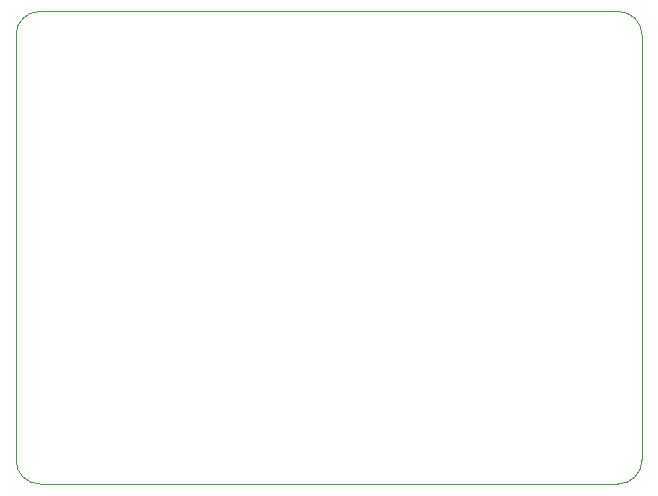
<source format=gm1>
%TF.GenerationSoftware,KiCad,Pcbnew,(6.0.2)*%
%TF.CreationDate,2022-03-18T23:14:24+01:00*%
%TF.ProjectId,prova-buck,70726f76-612d-4627-9563-6b2e6b696361,rev?*%
%TF.SameCoordinates,Original*%
%TF.FileFunction,Profile,NP*%
%FSLAX46Y46*%
G04 Gerber Fmt 4.6, Leading zero omitted, Abs format (unit mm)*
G04 Created by KiCad (PCBNEW (6.0.2)) date 2022-03-18 23:14:24*
%MOMM*%
%LPD*%
G01*
G04 APERTURE LIST*
%TA.AperFunction,Profile*%
%ADD10C,0.050000*%
%TD*%
G04 APERTURE END LIST*
D10*
X117000000Y-113000000D02*
G75*
G03*
X119000000Y-115000000I1999999J-1D01*
G01*
X119000000Y-115000000D02*
X168000000Y-115000000D01*
X168000000Y-115000000D02*
G75*
G03*
X170000000Y-113000000I1J1999999D01*
G01*
X167999999Y-75000000D02*
X118999999Y-75000000D01*
X170000000Y-77000000D02*
G75*
G03*
X167999999Y-75000000I-2000000J0D01*
G01*
X170000000Y-113000000D02*
X170000000Y-77000000D01*
X117000000Y-113000000D02*
X117000000Y-77000000D01*
X118999999Y-75000000D02*
G75*
G03*
X117000000Y-77000000I1J-2000000D01*
G01*
M02*

</source>
